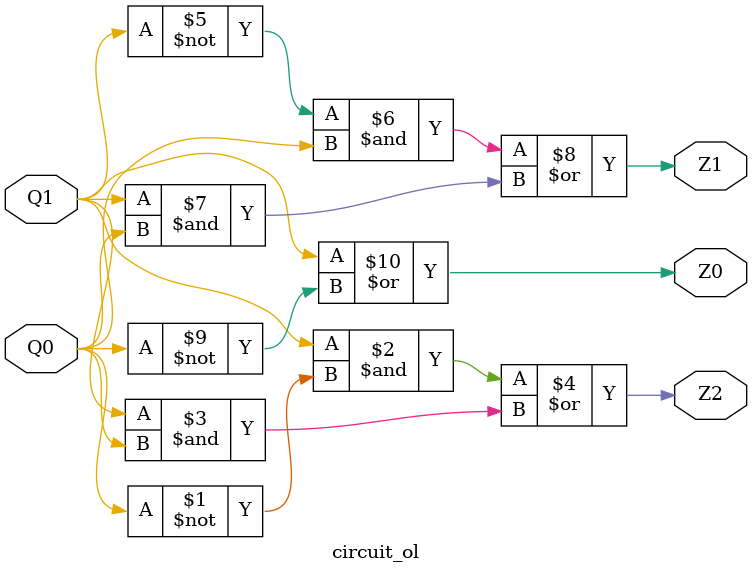
<source format=v>
module circuit_ol (Q1, Q0, Z2, Z1, Z0);
	input Q1, Q0;
	output  Z2, Z1, Z0;
	
	assign Z2 = (Q1&~Q0)|(Q1&Q0);
	assign Z1 = (~Q1&Q0)|(Q1&Q0);
	assign Z0 = (Q1 | ~Q0);
	
	endmodule
	
</source>
